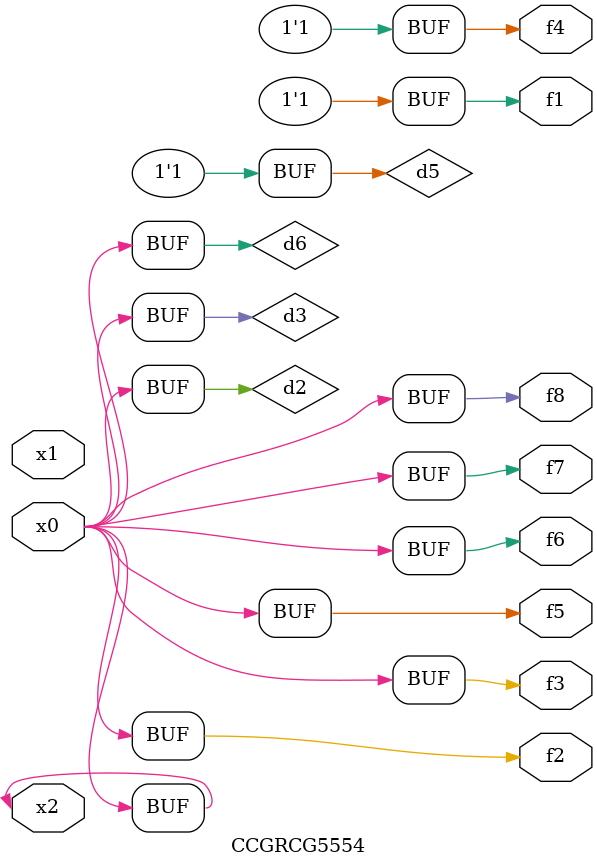
<source format=v>
module CCGRCG5554(
	input x0, x1, x2,
	output f1, f2, f3, f4, f5, f6, f7, f8
);

	wire d1, d2, d3, d4, d5, d6;

	xnor (d1, x2);
	buf (d2, x0, x2);
	and (d3, x0);
	xnor (d4, x1, x2);
	nand (d5, d1, d3);
	buf (d6, d2, d3);
	assign f1 = d5;
	assign f2 = d6;
	assign f3 = d6;
	assign f4 = d5;
	assign f5 = d6;
	assign f6 = d6;
	assign f7 = d6;
	assign f8 = d6;
endmodule

</source>
